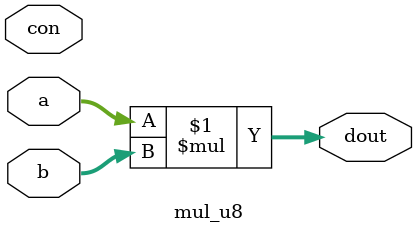
<source format=v>

module mul_u8 (
	a, b, dout, con
);
	input [7:0] a, b;
	output [15:0] dout;
	input con;

	// -> Èµ 8x8=16 rbgæZ
	assign dout = a * b;

endmodule

</source>
